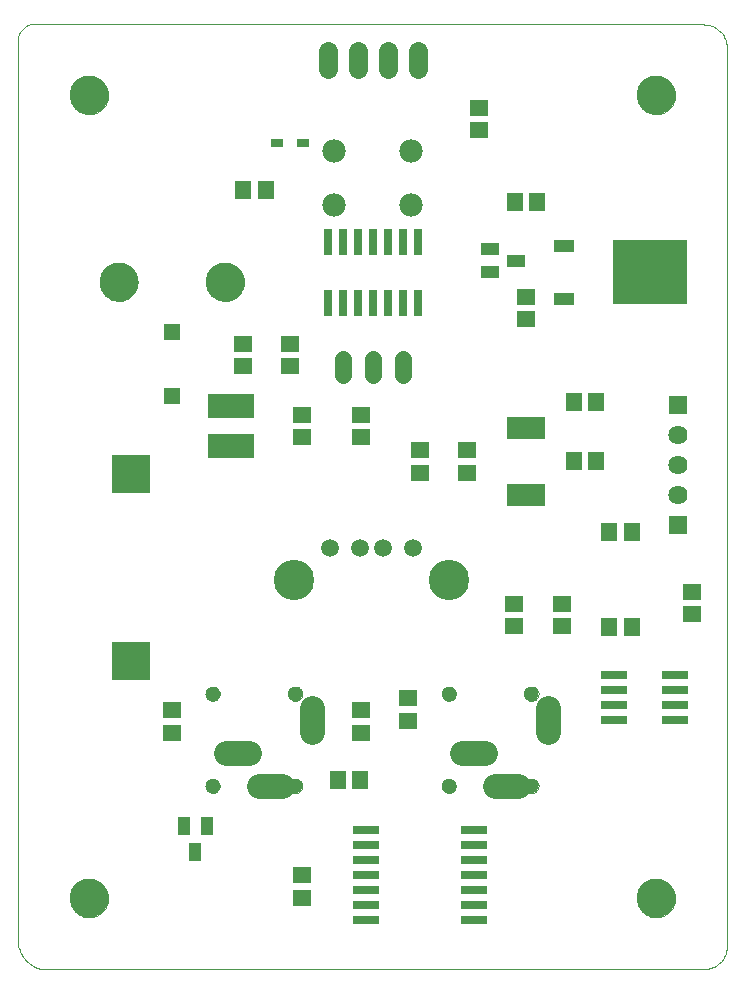
<source format=gts>
G75*
G70*
%OFA0B0*%
%FSLAX24Y24*%
%IPPOS*%
%LPD*%
%AMOC8*
5,1,8,0,0,1.08239X$1,22.5*
%
%ADD10C,0.0000*%
%ADD11C,0.0827*%
%ADD12C,0.0512*%
%ADD13C,0.1346*%
%ADD14C,0.0594*%
%ADD15C,0.0560*%
%ADD16R,0.0640X0.0640*%
%ADD17C,0.0640*%
%ADD18C,0.1300*%
%ADD19R,0.0555X0.0555*%
%ADD20R,0.0631X0.0552*%
%ADD21R,0.0552X0.0631*%
%ADD22C,0.0780*%
%ADD23R,0.1540X0.0800*%
%ADD24R,0.0434X0.0276*%
%ADD25R,0.0276X0.0906*%
%ADD26R,0.0906X0.0276*%
%ADD27R,0.1300X0.1300*%
%ADD28R,0.0434X0.0591*%
%ADD29R,0.2481X0.2166*%
%ADD30R,0.0670X0.0434*%
%ADD31R,0.0591X0.0434*%
%ADD32R,0.1300X0.0749*%
%ADD33C,0.0640*%
D10*
X015719Y008027D02*
X015719Y037948D01*
X015736Y037993D01*
X015757Y038038D01*
X015781Y038080D01*
X015809Y038120D01*
X015839Y038159D01*
X015873Y038194D01*
X015909Y038227D01*
X015947Y038257D01*
X015988Y038284D01*
X016031Y038307D01*
X016075Y038327D01*
X016121Y038344D01*
X016168Y038357D01*
X016216Y038366D01*
X016265Y038371D01*
X016314Y038373D01*
X016363Y038371D01*
X016411Y038365D01*
X016459Y038355D01*
X016506Y038341D01*
X016506Y038342D02*
X038553Y038342D01*
X038553Y038341D02*
X038607Y038339D01*
X038660Y038334D01*
X038713Y038325D01*
X038765Y038312D01*
X038817Y038296D01*
X038867Y038276D01*
X038915Y038253D01*
X038962Y038226D01*
X039007Y038197D01*
X039050Y038164D01*
X039090Y038129D01*
X039128Y038091D01*
X039163Y038051D01*
X039196Y038008D01*
X039225Y037963D01*
X039252Y037916D01*
X039275Y037868D01*
X039295Y037818D01*
X039311Y037766D01*
X039324Y037714D01*
X039333Y037661D01*
X039338Y037608D01*
X039340Y037554D01*
X039341Y037554D02*
X039341Y007633D01*
X039340Y007633D02*
X039338Y007579D01*
X039333Y007526D01*
X039324Y007473D01*
X039311Y007421D01*
X039295Y007369D01*
X039275Y007319D01*
X039252Y007271D01*
X039225Y007224D01*
X039196Y007179D01*
X039163Y007136D01*
X039128Y007096D01*
X039090Y007058D01*
X039050Y007023D01*
X039007Y006990D01*
X038962Y006961D01*
X038915Y006934D01*
X038867Y006911D01*
X038817Y006891D01*
X038765Y006875D01*
X038713Y006862D01*
X038660Y006853D01*
X038607Y006848D01*
X038553Y006846D01*
X016506Y006846D01*
X016506Y006845D02*
X016447Y006859D01*
X016389Y006876D01*
X016332Y006897D01*
X016276Y006921D01*
X016222Y006949D01*
X016170Y006979D01*
X016119Y007013D01*
X016071Y007050D01*
X016025Y007089D01*
X015982Y007132D01*
X015941Y007176D01*
X015903Y007224D01*
X015868Y007273D01*
X015836Y007325D01*
X015807Y007378D01*
X015781Y007433D01*
X015759Y007489D01*
X015740Y007547D01*
X015724Y007606D01*
X015713Y007665D01*
X015704Y007725D01*
X015700Y007786D01*
X015699Y007846D01*
X015702Y007907D01*
X015708Y007967D01*
X015718Y008027D01*
X017451Y009208D02*
X017453Y009258D01*
X017459Y009308D01*
X017469Y009357D01*
X017483Y009405D01*
X017500Y009452D01*
X017521Y009497D01*
X017546Y009541D01*
X017574Y009582D01*
X017606Y009621D01*
X017640Y009658D01*
X017677Y009692D01*
X017717Y009722D01*
X017759Y009749D01*
X017803Y009773D01*
X017849Y009794D01*
X017896Y009810D01*
X017944Y009823D01*
X017994Y009832D01*
X018043Y009837D01*
X018094Y009838D01*
X018144Y009835D01*
X018193Y009828D01*
X018242Y009817D01*
X018290Y009802D01*
X018336Y009784D01*
X018381Y009762D01*
X018424Y009736D01*
X018465Y009707D01*
X018504Y009675D01*
X018540Y009640D01*
X018572Y009602D01*
X018602Y009562D01*
X018629Y009519D01*
X018652Y009475D01*
X018671Y009429D01*
X018687Y009381D01*
X018699Y009332D01*
X018707Y009283D01*
X018711Y009233D01*
X018711Y009183D01*
X018707Y009133D01*
X018699Y009084D01*
X018687Y009035D01*
X018671Y008987D01*
X018652Y008941D01*
X018629Y008897D01*
X018602Y008854D01*
X018572Y008814D01*
X018540Y008776D01*
X018504Y008741D01*
X018465Y008709D01*
X018424Y008680D01*
X018381Y008654D01*
X018336Y008632D01*
X018290Y008614D01*
X018242Y008599D01*
X018193Y008588D01*
X018144Y008581D01*
X018094Y008578D01*
X018043Y008579D01*
X017994Y008584D01*
X017944Y008593D01*
X017896Y008606D01*
X017849Y008622D01*
X017803Y008643D01*
X017759Y008667D01*
X017717Y008694D01*
X017677Y008724D01*
X017640Y008758D01*
X017606Y008795D01*
X017574Y008834D01*
X017546Y008875D01*
X017521Y008919D01*
X017500Y008964D01*
X017483Y009011D01*
X017469Y009059D01*
X017459Y009108D01*
X017453Y009158D01*
X017451Y009208D01*
X021957Y012960D02*
X021959Y012990D01*
X021965Y013020D01*
X021974Y013049D01*
X021987Y013076D01*
X022004Y013101D01*
X022023Y013124D01*
X022046Y013145D01*
X022071Y013162D01*
X022097Y013176D01*
X022126Y013186D01*
X022155Y013193D01*
X022185Y013196D01*
X022216Y013195D01*
X022246Y013190D01*
X022275Y013181D01*
X022302Y013169D01*
X022328Y013154D01*
X022352Y013135D01*
X022373Y013113D01*
X022391Y013089D01*
X022406Y013062D01*
X022417Y013034D01*
X022425Y013005D01*
X022429Y012975D01*
X022429Y012945D01*
X022425Y012915D01*
X022417Y012886D01*
X022406Y012858D01*
X022391Y012831D01*
X022373Y012807D01*
X022352Y012785D01*
X022328Y012766D01*
X022302Y012751D01*
X022275Y012739D01*
X022246Y012730D01*
X022216Y012725D01*
X022185Y012724D01*
X022155Y012727D01*
X022126Y012734D01*
X022097Y012744D01*
X022071Y012758D01*
X022046Y012775D01*
X022023Y012796D01*
X022004Y012819D01*
X021987Y012844D01*
X021974Y012871D01*
X021965Y012900D01*
X021959Y012930D01*
X021957Y012960D01*
X024713Y012960D02*
X024715Y012990D01*
X024721Y013020D01*
X024730Y013049D01*
X024743Y013076D01*
X024760Y013101D01*
X024779Y013124D01*
X024802Y013145D01*
X024827Y013162D01*
X024853Y013176D01*
X024882Y013186D01*
X024911Y013193D01*
X024941Y013196D01*
X024972Y013195D01*
X025002Y013190D01*
X025031Y013181D01*
X025058Y013169D01*
X025084Y013154D01*
X025108Y013135D01*
X025129Y013113D01*
X025147Y013089D01*
X025162Y013062D01*
X025173Y013034D01*
X025181Y013005D01*
X025185Y012975D01*
X025185Y012945D01*
X025181Y012915D01*
X025173Y012886D01*
X025162Y012858D01*
X025147Y012831D01*
X025129Y012807D01*
X025108Y012785D01*
X025084Y012766D01*
X025058Y012751D01*
X025031Y012739D01*
X025002Y012730D01*
X024972Y012725D01*
X024941Y012724D01*
X024911Y012727D01*
X024882Y012734D01*
X024853Y012744D01*
X024827Y012758D01*
X024802Y012775D01*
X024779Y012796D01*
X024760Y012819D01*
X024743Y012844D01*
X024730Y012871D01*
X024721Y012900D01*
X024715Y012930D01*
X024713Y012960D01*
X024713Y016031D02*
X024715Y016061D01*
X024721Y016091D01*
X024730Y016120D01*
X024743Y016147D01*
X024760Y016172D01*
X024779Y016195D01*
X024802Y016216D01*
X024827Y016233D01*
X024853Y016247D01*
X024882Y016257D01*
X024911Y016264D01*
X024941Y016267D01*
X024972Y016266D01*
X025002Y016261D01*
X025031Y016252D01*
X025058Y016240D01*
X025084Y016225D01*
X025108Y016206D01*
X025129Y016184D01*
X025147Y016160D01*
X025162Y016133D01*
X025173Y016105D01*
X025181Y016076D01*
X025185Y016046D01*
X025185Y016016D01*
X025181Y015986D01*
X025173Y015957D01*
X025162Y015929D01*
X025147Y015902D01*
X025129Y015878D01*
X025108Y015856D01*
X025084Y015837D01*
X025058Y015822D01*
X025031Y015810D01*
X025002Y015801D01*
X024972Y015796D01*
X024941Y015795D01*
X024911Y015798D01*
X024882Y015805D01*
X024853Y015815D01*
X024827Y015829D01*
X024802Y015846D01*
X024779Y015867D01*
X024760Y015890D01*
X024743Y015915D01*
X024730Y015942D01*
X024721Y015971D01*
X024715Y016001D01*
X024713Y016031D01*
X021957Y016031D02*
X021959Y016061D01*
X021965Y016091D01*
X021974Y016120D01*
X021987Y016147D01*
X022004Y016172D01*
X022023Y016195D01*
X022046Y016216D01*
X022071Y016233D01*
X022097Y016247D01*
X022126Y016257D01*
X022155Y016264D01*
X022185Y016267D01*
X022216Y016266D01*
X022246Y016261D01*
X022275Y016252D01*
X022302Y016240D01*
X022328Y016225D01*
X022352Y016206D01*
X022373Y016184D01*
X022391Y016160D01*
X022406Y016133D01*
X022417Y016105D01*
X022425Y016076D01*
X022429Y016046D01*
X022429Y016016D01*
X022425Y015986D01*
X022417Y015957D01*
X022406Y015929D01*
X022391Y015902D01*
X022373Y015878D01*
X022352Y015856D01*
X022328Y015837D01*
X022302Y015822D01*
X022275Y015810D01*
X022246Y015801D01*
X022216Y015796D01*
X022185Y015795D01*
X022155Y015798D01*
X022126Y015805D01*
X022097Y015815D01*
X022071Y015829D01*
X022046Y015846D01*
X022023Y015867D01*
X022004Y015890D01*
X021987Y015915D01*
X021974Y015942D01*
X021965Y015971D01*
X021959Y016001D01*
X021957Y016031D01*
X029831Y016031D02*
X029833Y016061D01*
X029839Y016091D01*
X029848Y016120D01*
X029861Y016147D01*
X029878Y016172D01*
X029897Y016195D01*
X029920Y016216D01*
X029945Y016233D01*
X029971Y016247D01*
X030000Y016257D01*
X030029Y016264D01*
X030059Y016267D01*
X030090Y016266D01*
X030120Y016261D01*
X030149Y016252D01*
X030176Y016240D01*
X030202Y016225D01*
X030226Y016206D01*
X030247Y016184D01*
X030265Y016160D01*
X030280Y016133D01*
X030291Y016105D01*
X030299Y016076D01*
X030303Y016046D01*
X030303Y016016D01*
X030299Y015986D01*
X030291Y015957D01*
X030280Y015929D01*
X030265Y015902D01*
X030247Y015878D01*
X030226Y015856D01*
X030202Y015837D01*
X030176Y015822D01*
X030149Y015810D01*
X030120Y015801D01*
X030090Y015796D01*
X030059Y015795D01*
X030029Y015798D01*
X030000Y015805D01*
X029971Y015815D01*
X029945Y015829D01*
X029920Y015846D01*
X029897Y015867D01*
X029878Y015890D01*
X029861Y015915D01*
X029848Y015942D01*
X029839Y015971D01*
X029833Y016001D01*
X029831Y016031D01*
X032587Y016031D02*
X032589Y016061D01*
X032595Y016091D01*
X032604Y016120D01*
X032617Y016147D01*
X032634Y016172D01*
X032653Y016195D01*
X032676Y016216D01*
X032701Y016233D01*
X032727Y016247D01*
X032756Y016257D01*
X032785Y016264D01*
X032815Y016267D01*
X032846Y016266D01*
X032876Y016261D01*
X032905Y016252D01*
X032932Y016240D01*
X032958Y016225D01*
X032982Y016206D01*
X033003Y016184D01*
X033021Y016160D01*
X033036Y016133D01*
X033047Y016105D01*
X033055Y016076D01*
X033059Y016046D01*
X033059Y016016D01*
X033055Y015986D01*
X033047Y015957D01*
X033036Y015929D01*
X033021Y015902D01*
X033003Y015878D01*
X032982Y015856D01*
X032958Y015837D01*
X032932Y015822D01*
X032905Y015810D01*
X032876Y015801D01*
X032846Y015796D01*
X032815Y015795D01*
X032785Y015798D01*
X032756Y015805D01*
X032727Y015815D01*
X032701Y015829D01*
X032676Y015846D01*
X032653Y015867D01*
X032634Y015890D01*
X032617Y015915D01*
X032604Y015942D01*
X032595Y015971D01*
X032589Y016001D01*
X032587Y016031D01*
X032587Y012960D02*
X032589Y012990D01*
X032595Y013020D01*
X032604Y013049D01*
X032617Y013076D01*
X032634Y013101D01*
X032653Y013124D01*
X032676Y013145D01*
X032701Y013162D01*
X032727Y013176D01*
X032756Y013186D01*
X032785Y013193D01*
X032815Y013196D01*
X032846Y013195D01*
X032876Y013190D01*
X032905Y013181D01*
X032932Y013169D01*
X032958Y013154D01*
X032982Y013135D01*
X033003Y013113D01*
X033021Y013089D01*
X033036Y013062D01*
X033047Y013034D01*
X033055Y013005D01*
X033059Y012975D01*
X033059Y012945D01*
X033055Y012915D01*
X033047Y012886D01*
X033036Y012858D01*
X033021Y012831D01*
X033003Y012807D01*
X032982Y012785D01*
X032958Y012766D01*
X032932Y012751D01*
X032905Y012739D01*
X032876Y012730D01*
X032846Y012725D01*
X032815Y012724D01*
X032785Y012727D01*
X032756Y012734D01*
X032727Y012744D01*
X032701Y012758D01*
X032676Y012775D01*
X032653Y012796D01*
X032634Y012819D01*
X032617Y012844D01*
X032604Y012871D01*
X032595Y012900D01*
X032589Y012930D01*
X032587Y012960D01*
X029831Y012960D02*
X029833Y012990D01*
X029839Y013020D01*
X029848Y013049D01*
X029861Y013076D01*
X029878Y013101D01*
X029897Y013124D01*
X029920Y013145D01*
X029945Y013162D01*
X029971Y013176D01*
X030000Y013186D01*
X030029Y013193D01*
X030059Y013196D01*
X030090Y013195D01*
X030120Y013190D01*
X030149Y013181D01*
X030176Y013169D01*
X030202Y013154D01*
X030226Y013135D01*
X030247Y013113D01*
X030265Y013089D01*
X030280Y013062D01*
X030291Y013034D01*
X030299Y013005D01*
X030303Y012975D01*
X030303Y012945D01*
X030299Y012915D01*
X030291Y012886D01*
X030280Y012858D01*
X030265Y012831D01*
X030247Y012807D01*
X030226Y012785D01*
X030202Y012766D01*
X030176Y012751D01*
X030149Y012739D01*
X030120Y012730D01*
X030090Y012725D01*
X030059Y012724D01*
X030029Y012727D01*
X030000Y012734D01*
X029971Y012744D01*
X029945Y012758D01*
X029920Y012775D01*
X029897Y012796D01*
X029878Y012819D01*
X029861Y012844D01*
X029848Y012871D01*
X029839Y012900D01*
X029833Y012930D01*
X029831Y012960D01*
X036349Y009208D02*
X036351Y009258D01*
X036357Y009308D01*
X036367Y009357D01*
X036381Y009405D01*
X036398Y009452D01*
X036419Y009497D01*
X036444Y009541D01*
X036472Y009582D01*
X036504Y009621D01*
X036538Y009658D01*
X036575Y009692D01*
X036615Y009722D01*
X036657Y009749D01*
X036701Y009773D01*
X036747Y009794D01*
X036794Y009810D01*
X036842Y009823D01*
X036892Y009832D01*
X036941Y009837D01*
X036992Y009838D01*
X037042Y009835D01*
X037091Y009828D01*
X037140Y009817D01*
X037188Y009802D01*
X037234Y009784D01*
X037279Y009762D01*
X037322Y009736D01*
X037363Y009707D01*
X037402Y009675D01*
X037438Y009640D01*
X037470Y009602D01*
X037500Y009562D01*
X037527Y009519D01*
X037550Y009475D01*
X037569Y009429D01*
X037585Y009381D01*
X037597Y009332D01*
X037605Y009283D01*
X037609Y009233D01*
X037609Y009183D01*
X037605Y009133D01*
X037597Y009084D01*
X037585Y009035D01*
X037569Y008987D01*
X037550Y008941D01*
X037527Y008897D01*
X037500Y008854D01*
X037470Y008814D01*
X037438Y008776D01*
X037402Y008741D01*
X037363Y008709D01*
X037322Y008680D01*
X037279Y008654D01*
X037234Y008632D01*
X037188Y008614D01*
X037140Y008599D01*
X037091Y008588D01*
X037042Y008581D01*
X036992Y008578D01*
X036941Y008579D01*
X036892Y008584D01*
X036842Y008593D01*
X036794Y008606D01*
X036747Y008622D01*
X036701Y008643D01*
X036657Y008667D01*
X036615Y008694D01*
X036575Y008724D01*
X036538Y008758D01*
X036504Y008795D01*
X036472Y008834D01*
X036444Y008875D01*
X036419Y008919D01*
X036398Y008964D01*
X036381Y009011D01*
X036367Y009059D01*
X036357Y009108D01*
X036351Y009158D01*
X036349Y009208D01*
X021979Y029759D02*
X021981Y029809D01*
X021987Y029859D01*
X021997Y029908D01*
X022011Y029956D01*
X022028Y030003D01*
X022049Y030048D01*
X022074Y030092D01*
X022102Y030133D01*
X022134Y030172D01*
X022168Y030209D01*
X022205Y030243D01*
X022245Y030273D01*
X022287Y030300D01*
X022331Y030324D01*
X022377Y030345D01*
X022424Y030361D01*
X022472Y030374D01*
X022522Y030383D01*
X022571Y030388D01*
X022622Y030389D01*
X022672Y030386D01*
X022721Y030379D01*
X022770Y030368D01*
X022818Y030353D01*
X022864Y030335D01*
X022909Y030313D01*
X022952Y030287D01*
X022993Y030258D01*
X023032Y030226D01*
X023068Y030191D01*
X023100Y030153D01*
X023130Y030113D01*
X023157Y030070D01*
X023180Y030026D01*
X023199Y029980D01*
X023215Y029932D01*
X023227Y029883D01*
X023235Y029834D01*
X023239Y029784D01*
X023239Y029734D01*
X023235Y029684D01*
X023227Y029635D01*
X023215Y029586D01*
X023199Y029538D01*
X023180Y029492D01*
X023157Y029448D01*
X023130Y029405D01*
X023100Y029365D01*
X023068Y029327D01*
X023032Y029292D01*
X022993Y029260D01*
X022952Y029231D01*
X022909Y029205D01*
X022864Y029183D01*
X022818Y029165D01*
X022770Y029150D01*
X022721Y029139D01*
X022672Y029132D01*
X022622Y029129D01*
X022571Y029130D01*
X022522Y029135D01*
X022472Y029144D01*
X022424Y029157D01*
X022377Y029173D01*
X022331Y029194D01*
X022287Y029218D01*
X022245Y029245D01*
X022205Y029275D01*
X022168Y029309D01*
X022134Y029346D01*
X022102Y029385D01*
X022074Y029426D01*
X022049Y029470D01*
X022028Y029515D01*
X022011Y029562D01*
X021997Y029610D01*
X021987Y029659D01*
X021981Y029709D01*
X021979Y029759D01*
X018435Y029759D02*
X018437Y029809D01*
X018443Y029859D01*
X018453Y029908D01*
X018467Y029956D01*
X018484Y030003D01*
X018505Y030048D01*
X018530Y030092D01*
X018558Y030133D01*
X018590Y030172D01*
X018624Y030209D01*
X018661Y030243D01*
X018701Y030273D01*
X018743Y030300D01*
X018787Y030324D01*
X018833Y030345D01*
X018880Y030361D01*
X018928Y030374D01*
X018978Y030383D01*
X019027Y030388D01*
X019078Y030389D01*
X019128Y030386D01*
X019177Y030379D01*
X019226Y030368D01*
X019274Y030353D01*
X019320Y030335D01*
X019365Y030313D01*
X019408Y030287D01*
X019449Y030258D01*
X019488Y030226D01*
X019524Y030191D01*
X019556Y030153D01*
X019586Y030113D01*
X019613Y030070D01*
X019636Y030026D01*
X019655Y029980D01*
X019671Y029932D01*
X019683Y029883D01*
X019691Y029834D01*
X019695Y029784D01*
X019695Y029734D01*
X019691Y029684D01*
X019683Y029635D01*
X019671Y029586D01*
X019655Y029538D01*
X019636Y029492D01*
X019613Y029448D01*
X019586Y029405D01*
X019556Y029365D01*
X019524Y029327D01*
X019488Y029292D01*
X019449Y029260D01*
X019408Y029231D01*
X019365Y029205D01*
X019320Y029183D01*
X019274Y029165D01*
X019226Y029150D01*
X019177Y029139D01*
X019128Y029132D01*
X019078Y029129D01*
X019027Y029130D01*
X018978Y029135D01*
X018928Y029144D01*
X018880Y029157D01*
X018833Y029173D01*
X018787Y029194D01*
X018743Y029218D01*
X018701Y029245D01*
X018661Y029275D01*
X018624Y029309D01*
X018590Y029346D01*
X018558Y029385D01*
X018530Y029426D01*
X018505Y029470D01*
X018484Y029515D01*
X018467Y029562D01*
X018453Y029610D01*
X018443Y029659D01*
X018437Y029709D01*
X018435Y029759D01*
X017451Y035979D02*
X017453Y036029D01*
X017459Y036079D01*
X017469Y036128D01*
X017483Y036176D01*
X017500Y036223D01*
X017521Y036268D01*
X017546Y036312D01*
X017574Y036353D01*
X017606Y036392D01*
X017640Y036429D01*
X017677Y036463D01*
X017717Y036493D01*
X017759Y036520D01*
X017803Y036544D01*
X017849Y036565D01*
X017896Y036581D01*
X017944Y036594D01*
X017994Y036603D01*
X018043Y036608D01*
X018094Y036609D01*
X018144Y036606D01*
X018193Y036599D01*
X018242Y036588D01*
X018290Y036573D01*
X018336Y036555D01*
X018381Y036533D01*
X018424Y036507D01*
X018465Y036478D01*
X018504Y036446D01*
X018540Y036411D01*
X018572Y036373D01*
X018602Y036333D01*
X018629Y036290D01*
X018652Y036246D01*
X018671Y036200D01*
X018687Y036152D01*
X018699Y036103D01*
X018707Y036054D01*
X018711Y036004D01*
X018711Y035954D01*
X018707Y035904D01*
X018699Y035855D01*
X018687Y035806D01*
X018671Y035758D01*
X018652Y035712D01*
X018629Y035668D01*
X018602Y035625D01*
X018572Y035585D01*
X018540Y035547D01*
X018504Y035512D01*
X018465Y035480D01*
X018424Y035451D01*
X018381Y035425D01*
X018336Y035403D01*
X018290Y035385D01*
X018242Y035370D01*
X018193Y035359D01*
X018144Y035352D01*
X018094Y035349D01*
X018043Y035350D01*
X017994Y035355D01*
X017944Y035364D01*
X017896Y035377D01*
X017849Y035393D01*
X017803Y035414D01*
X017759Y035438D01*
X017717Y035465D01*
X017677Y035495D01*
X017640Y035529D01*
X017606Y035566D01*
X017574Y035605D01*
X017546Y035646D01*
X017521Y035690D01*
X017500Y035735D01*
X017483Y035782D01*
X017469Y035830D01*
X017459Y035879D01*
X017453Y035929D01*
X017451Y035979D01*
X036349Y035979D02*
X036351Y036029D01*
X036357Y036079D01*
X036367Y036128D01*
X036381Y036176D01*
X036398Y036223D01*
X036419Y036268D01*
X036444Y036312D01*
X036472Y036353D01*
X036504Y036392D01*
X036538Y036429D01*
X036575Y036463D01*
X036615Y036493D01*
X036657Y036520D01*
X036701Y036544D01*
X036747Y036565D01*
X036794Y036581D01*
X036842Y036594D01*
X036892Y036603D01*
X036941Y036608D01*
X036992Y036609D01*
X037042Y036606D01*
X037091Y036599D01*
X037140Y036588D01*
X037188Y036573D01*
X037234Y036555D01*
X037279Y036533D01*
X037322Y036507D01*
X037363Y036478D01*
X037402Y036446D01*
X037438Y036411D01*
X037470Y036373D01*
X037500Y036333D01*
X037527Y036290D01*
X037550Y036246D01*
X037569Y036200D01*
X037585Y036152D01*
X037597Y036103D01*
X037605Y036054D01*
X037609Y036004D01*
X037609Y035954D01*
X037605Y035904D01*
X037597Y035855D01*
X037585Y035806D01*
X037569Y035758D01*
X037550Y035712D01*
X037527Y035668D01*
X037500Y035625D01*
X037470Y035585D01*
X037438Y035547D01*
X037402Y035512D01*
X037363Y035480D01*
X037322Y035451D01*
X037279Y035425D01*
X037234Y035403D01*
X037188Y035385D01*
X037140Y035370D01*
X037091Y035359D01*
X037042Y035352D01*
X036992Y035349D01*
X036941Y035350D01*
X036892Y035355D01*
X036842Y035364D01*
X036794Y035377D01*
X036747Y035393D01*
X036701Y035414D01*
X036657Y035438D01*
X036615Y035465D01*
X036575Y035495D01*
X036538Y035529D01*
X036504Y035566D01*
X036472Y035605D01*
X036444Y035646D01*
X036419Y035690D01*
X036398Y035735D01*
X036381Y035782D01*
X036367Y035830D01*
X036357Y035879D01*
X036351Y035929D01*
X036349Y035979D01*
D11*
X033374Y015558D02*
X033374Y014771D01*
X032390Y012960D02*
X031603Y012960D01*
X031288Y014062D02*
X030500Y014062D01*
X025500Y014771D02*
X025500Y015558D01*
X023414Y014062D02*
X022626Y014062D01*
X023729Y012960D02*
X024516Y012960D01*
D12*
X024949Y012960D03*
X022193Y012960D03*
X022193Y016031D03*
X024949Y016031D03*
X030067Y016031D03*
X032823Y016031D03*
X032823Y012960D03*
X030067Y012960D03*
D13*
X030077Y019834D03*
X024904Y019834D03*
D14*
X026112Y020901D03*
X027097Y020901D03*
X027884Y020901D03*
X028868Y020901D03*
D15*
X028530Y026664D02*
X028530Y027184D01*
X027530Y027184D02*
X027530Y026664D01*
X026530Y026664D02*
X026530Y027184D01*
D16*
X037715Y025641D03*
X037715Y021641D03*
D17*
X037715Y022641D03*
X037715Y023641D03*
X037715Y024641D03*
D18*
X036979Y035979D03*
X022609Y029759D03*
X019065Y029759D03*
X018081Y035979D03*
X018081Y009208D03*
X036979Y009208D03*
D19*
X020837Y025940D03*
X020837Y028105D03*
D20*
X023199Y027692D03*
X023199Y026944D03*
X024774Y026944D03*
X024774Y027692D03*
X025168Y025330D03*
X025168Y024582D03*
X027136Y024582D03*
X027136Y025330D03*
X029105Y024149D03*
X029105Y023401D03*
X030679Y023401D03*
X030679Y024149D03*
X032648Y028519D03*
X032648Y029267D03*
X031073Y034818D03*
X031073Y035566D03*
X038160Y019424D03*
X038160Y018676D03*
X033829Y019031D03*
X033829Y018283D03*
X032254Y018283D03*
X032254Y019031D03*
X028711Y015881D03*
X028711Y015133D03*
X027136Y015487D03*
X027136Y014739D03*
X025168Y009975D03*
X025168Y009227D03*
X020837Y014739D03*
X020837Y015487D03*
D21*
X026368Y013145D03*
X027116Y013145D03*
X035423Y018263D03*
X036172Y018263D03*
X036172Y021412D03*
X035423Y021412D03*
X034990Y023775D03*
X034242Y023775D03*
X034242Y025743D03*
X034990Y025743D03*
X033022Y032436D03*
X032274Y032436D03*
X023967Y032830D03*
X023219Y032830D03*
D22*
X026250Y032333D03*
X026250Y034113D03*
X028810Y034113D03*
X028810Y032333D03*
D23*
X022805Y025625D03*
X022805Y024286D03*
D24*
X024341Y034405D03*
X025207Y034405D03*
D25*
X026030Y031098D03*
X026530Y031098D03*
X027030Y031098D03*
X027530Y031098D03*
X028030Y031098D03*
X028530Y031098D03*
X029030Y031098D03*
X029030Y029050D03*
X028530Y029050D03*
X028030Y029050D03*
X027530Y029050D03*
X027030Y029050D03*
X026530Y029050D03*
X026030Y029050D03*
D26*
X035561Y016651D03*
X035561Y016151D03*
X035561Y015651D03*
X035561Y015151D03*
X037609Y015151D03*
X037609Y015651D03*
X037609Y016151D03*
X037609Y016651D03*
X030916Y011495D03*
X030916Y010995D03*
X030916Y010495D03*
X030916Y009995D03*
X030916Y009495D03*
X030916Y008995D03*
X030916Y008495D03*
X027294Y008495D03*
X027294Y008995D03*
X027294Y009495D03*
X027294Y009995D03*
X027294Y010495D03*
X027294Y010995D03*
X027294Y011495D03*
D27*
X019459Y017121D03*
X019459Y023342D03*
D28*
X021250Y011609D03*
X021998Y011609D03*
X021624Y010743D03*
D29*
X036782Y030074D03*
D30*
X033908Y030972D03*
X033908Y029176D03*
D31*
X032294Y030468D03*
X031427Y030842D03*
X031427Y030094D03*
D32*
X032648Y024877D03*
X032648Y022672D03*
D33*
X029030Y036860D02*
X029030Y037460D01*
X028030Y037460D02*
X028030Y036860D01*
X027030Y036860D02*
X027030Y037460D01*
X026030Y037460D02*
X026030Y036860D01*
M02*

</source>
